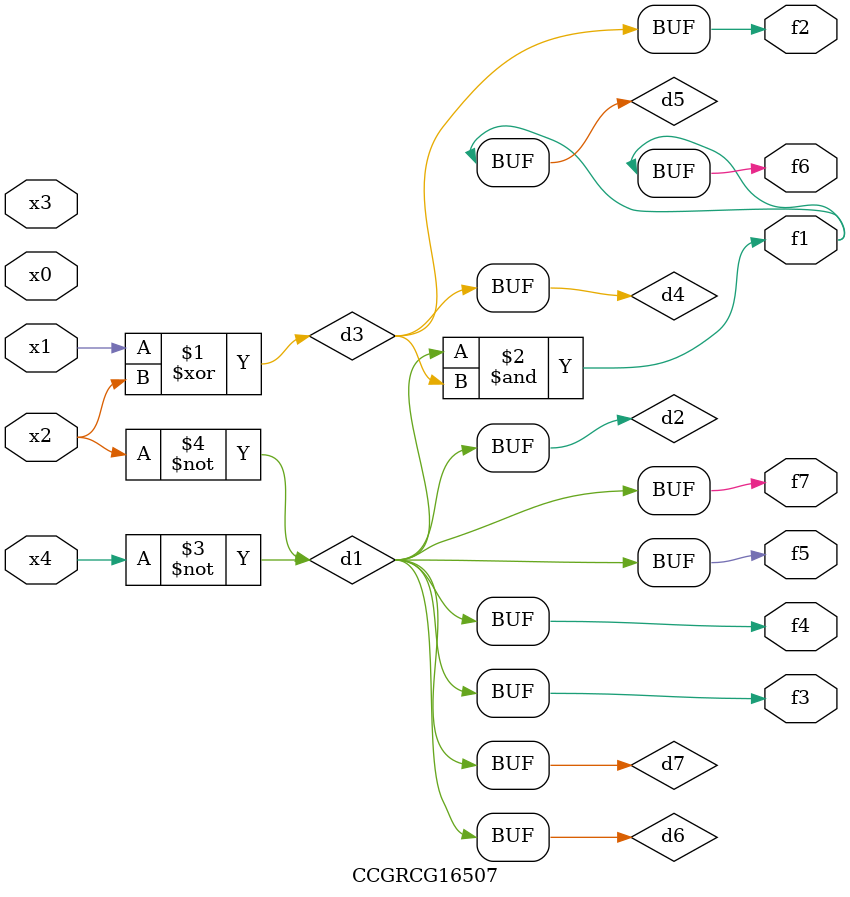
<source format=v>
module CCGRCG16507(
	input x0, x1, x2, x3, x4,
	output f1, f2, f3, f4, f5, f6, f7
);

	wire d1, d2, d3, d4, d5, d6, d7;

	not (d1, x4);
	not (d2, x2);
	xor (d3, x1, x2);
	buf (d4, d3);
	and (d5, d1, d3);
	buf (d6, d1, d2);
	buf (d7, d2);
	assign f1 = d5;
	assign f2 = d4;
	assign f3 = d7;
	assign f4 = d7;
	assign f5 = d7;
	assign f6 = d5;
	assign f7 = d7;
endmodule

</source>
